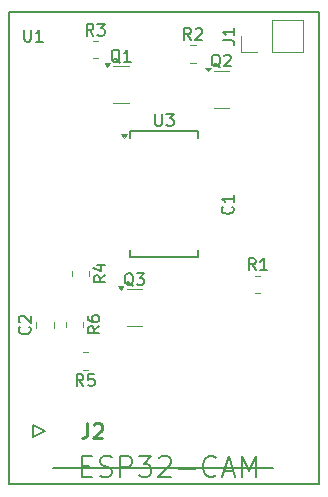
<source format=gbr>
%TF.GenerationSoftware,KiCad,Pcbnew,9.0.2*%
%TF.CreationDate,2025-07-08T18:17:38-03:00*%
%TF.ProjectId,BottomBoardCam,426f7474-6f6d-4426-9f61-726443616d2e,rev?*%
%TF.SameCoordinates,Original*%
%TF.FileFunction,Legend,Top*%
%TF.FilePolarity,Positive*%
%FSLAX46Y46*%
G04 Gerber Fmt 4.6, Leading zero omitted, Abs format (unit mm)*
G04 Created by KiCad (PCBNEW 9.0.2) date 2025-07-08 18:17:38*
%MOMM*%
%LPD*%
G01*
G04 APERTURE LIST*
%ADD10C,0.150000*%
%ADD11C,0.254000*%
%ADD12C,0.120000*%
%ADD13C,0.127000*%
G04 APERTURE END LIST*
D10*
X145179580Y-97116666D02*
X145227200Y-97164285D01*
X145227200Y-97164285D02*
X145274819Y-97307142D01*
X145274819Y-97307142D02*
X145274819Y-97402380D01*
X145274819Y-97402380D02*
X145227200Y-97545237D01*
X145227200Y-97545237D02*
X145131961Y-97640475D01*
X145131961Y-97640475D02*
X145036723Y-97688094D01*
X145036723Y-97688094D02*
X144846247Y-97735713D01*
X144846247Y-97735713D02*
X144703390Y-97735713D01*
X144703390Y-97735713D02*
X144512914Y-97688094D01*
X144512914Y-97688094D02*
X144417676Y-97640475D01*
X144417676Y-97640475D02*
X144322438Y-97545237D01*
X144322438Y-97545237D02*
X144274819Y-97402380D01*
X144274819Y-97402380D02*
X144274819Y-97307142D01*
X144274819Y-97307142D02*
X144322438Y-97164285D01*
X144322438Y-97164285D02*
X144370057Y-97116666D01*
X144370057Y-96735713D02*
X144322438Y-96688094D01*
X144322438Y-96688094D02*
X144274819Y-96592856D01*
X144274819Y-96592856D02*
X144274819Y-96354761D01*
X144274819Y-96354761D02*
X144322438Y-96259523D01*
X144322438Y-96259523D02*
X144370057Y-96211904D01*
X144370057Y-96211904D02*
X144465295Y-96164285D01*
X144465295Y-96164285D02*
X144560533Y-96164285D01*
X144560533Y-96164285D02*
X144703390Y-96211904D01*
X144703390Y-96211904D02*
X145274819Y-96783332D01*
X145274819Y-96783332D02*
X145274819Y-96164285D01*
X151104819Y-97079166D02*
X150628628Y-97412499D01*
X151104819Y-97650594D02*
X150104819Y-97650594D01*
X150104819Y-97650594D02*
X150104819Y-97269642D01*
X150104819Y-97269642D02*
X150152438Y-97174404D01*
X150152438Y-97174404D02*
X150200057Y-97126785D01*
X150200057Y-97126785D02*
X150295295Y-97079166D01*
X150295295Y-97079166D02*
X150438152Y-97079166D01*
X150438152Y-97079166D02*
X150533390Y-97126785D01*
X150533390Y-97126785D02*
X150581009Y-97174404D01*
X150581009Y-97174404D02*
X150628628Y-97269642D01*
X150628628Y-97269642D02*
X150628628Y-97650594D01*
X150104819Y-96222023D02*
X150104819Y-96412499D01*
X150104819Y-96412499D02*
X150152438Y-96507737D01*
X150152438Y-96507737D02*
X150200057Y-96555356D01*
X150200057Y-96555356D02*
X150342914Y-96650594D01*
X150342914Y-96650594D02*
X150533390Y-96698213D01*
X150533390Y-96698213D02*
X150914342Y-96698213D01*
X150914342Y-96698213D02*
X151009580Y-96650594D01*
X151009580Y-96650594D02*
X151057200Y-96602975D01*
X151057200Y-96602975D02*
X151104819Y-96507737D01*
X151104819Y-96507737D02*
X151104819Y-96317261D01*
X151104819Y-96317261D02*
X151057200Y-96222023D01*
X151057200Y-96222023D02*
X151009580Y-96174404D01*
X151009580Y-96174404D02*
X150914342Y-96126785D01*
X150914342Y-96126785D02*
X150676247Y-96126785D01*
X150676247Y-96126785D02*
X150581009Y-96174404D01*
X150581009Y-96174404D02*
X150533390Y-96222023D01*
X150533390Y-96222023D02*
X150485771Y-96317261D01*
X150485771Y-96317261D02*
X150485771Y-96507737D01*
X150485771Y-96507737D02*
X150533390Y-96602975D01*
X150533390Y-96602975D02*
X150581009Y-96650594D01*
X150581009Y-96650594D02*
X150676247Y-96698213D01*
X149745833Y-102104819D02*
X149412500Y-101628628D01*
X149174405Y-102104819D02*
X149174405Y-101104819D01*
X149174405Y-101104819D02*
X149555357Y-101104819D01*
X149555357Y-101104819D02*
X149650595Y-101152438D01*
X149650595Y-101152438D02*
X149698214Y-101200057D01*
X149698214Y-101200057D02*
X149745833Y-101295295D01*
X149745833Y-101295295D02*
X149745833Y-101438152D01*
X149745833Y-101438152D02*
X149698214Y-101533390D01*
X149698214Y-101533390D02*
X149650595Y-101581009D01*
X149650595Y-101581009D02*
X149555357Y-101628628D01*
X149555357Y-101628628D02*
X149174405Y-101628628D01*
X150650595Y-101104819D02*
X150174405Y-101104819D01*
X150174405Y-101104819D02*
X150126786Y-101581009D01*
X150126786Y-101581009D02*
X150174405Y-101533390D01*
X150174405Y-101533390D02*
X150269643Y-101485771D01*
X150269643Y-101485771D02*
X150507738Y-101485771D01*
X150507738Y-101485771D02*
X150602976Y-101533390D01*
X150602976Y-101533390D02*
X150650595Y-101581009D01*
X150650595Y-101581009D02*
X150698214Y-101676247D01*
X150698214Y-101676247D02*
X150698214Y-101914342D01*
X150698214Y-101914342D02*
X150650595Y-102009580D01*
X150650595Y-102009580D02*
X150602976Y-102057200D01*
X150602976Y-102057200D02*
X150507738Y-102104819D01*
X150507738Y-102104819D02*
X150269643Y-102104819D01*
X150269643Y-102104819D02*
X150174405Y-102057200D01*
X150174405Y-102057200D02*
X150126786Y-102009580D01*
D11*
X150076667Y-105264318D02*
X150076667Y-106171461D01*
X150076667Y-106171461D02*
X150016190Y-106352889D01*
X150016190Y-106352889D02*
X149895238Y-106473842D01*
X149895238Y-106473842D02*
X149713809Y-106534318D01*
X149713809Y-106534318D02*
X149592857Y-106534318D01*
X150620952Y-105385270D02*
X150681428Y-105324794D01*
X150681428Y-105324794D02*
X150802381Y-105264318D01*
X150802381Y-105264318D02*
X151104762Y-105264318D01*
X151104762Y-105264318D02*
X151225714Y-105324794D01*
X151225714Y-105324794D02*
X151286190Y-105385270D01*
X151286190Y-105385270D02*
X151346667Y-105506222D01*
X151346667Y-105506222D02*
X151346667Y-105627175D01*
X151346667Y-105627175D02*
X151286190Y-105808603D01*
X151286190Y-105808603D02*
X150560476Y-106534318D01*
X150560476Y-106534318D02*
X151346667Y-106534318D01*
D10*
X164333333Y-92304819D02*
X164000000Y-91828628D01*
X163761905Y-92304819D02*
X163761905Y-91304819D01*
X163761905Y-91304819D02*
X164142857Y-91304819D01*
X164142857Y-91304819D02*
X164238095Y-91352438D01*
X164238095Y-91352438D02*
X164285714Y-91400057D01*
X164285714Y-91400057D02*
X164333333Y-91495295D01*
X164333333Y-91495295D02*
X164333333Y-91638152D01*
X164333333Y-91638152D02*
X164285714Y-91733390D01*
X164285714Y-91733390D02*
X164238095Y-91781009D01*
X164238095Y-91781009D02*
X164142857Y-91828628D01*
X164142857Y-91828628D02*
X163761905Y-91828628D01*
X165285714Y-92304819D02*
X164714286Y-92304819D01*
X165000000Y-92304819D02*
X165000000Y-91304819D01*
X165000000Y-91304819D02*
X164904762Y-91447676D01*
X164904762Y-91447676D02*
X164809524Y-91542914D01*
X164809524Y-91542914D02*
X164714286Y-91590533D01*
X161342261Y-75150057D02*
X161247023Y-75102438D01*
X161247023Y-75102438D02*
X161151785Y-75007200D01*
X161151785Y-75007200D02*
X161008928Y-74864342D01*
X161008928Y-74864342D02*
X160913690Y-74816723D01*
X160913690Y-74816723D02*
X160818452Y-74816723D01*
X160866071Y-75054819D02*
X160770833Y-75007200D01*
X160770833Y-75007200D02*
X160675595Y-74911961D01*
X160675595Y-74911961D02*
X160627976Y-74721485D01*
X160627976Y-74721485D02*
X160627976Y-74388152D01*
X160627976Y-74388152D02*
X160675595Y-74197676D01*
X160675595Y-74197676D02*
X160770833Y-74102438D01*
X160770833Y-74102438D02*
X160866071Y-74054819D01*
X160866071Y-74054819D02*
X161056547Y-74054819D01*
X161056547Y-74054819D02*
X161151785Y-74102438D01*
X161151785Y-74102438D02*
X161247023Y-74197676D01*
X161247023Y-74197676D02*
X161294642Y-74388152D01*
X161294642Y-74388152D02*
X161294642Y-74721485D01*
X161294642Y-74721485D02*
X161247023Y-74911961D01*
X161247023Y-74911961D02*
X161151785Y-75007200D01*
X161151785Y-75007200D02*
X161056547Y-75054819D01*
X161056547Y-75054819D02*
X160866071Y-75054819D01*
X161675595Y-74150057D02*
X161723214Y-74102438D01*
X161723214Y-74102438D02*
X161818452Y-74054819D01*
X161818452Y-74054819D02*
X162056547Y-74054819D01*
X162056547Y-74054819D02*
X162151785Y-74102438D01*
X162151785Y-74102438D02*
X162199404Y-74150057D01*
X162199404Y-74150057D02*
X162247023Y-74245295D01*
X162247023Y-74245295D02*
X162247023Y-74340533D01*
X162247023Y-74340533D02*
X162199404Y-74483390D01*
X162199404Y-74483390D02*
X161627976Y-75054819D01*
X161627976Y-75054819D02*
X162247023Y-75054819D01*
X162359580Y-86941666D02*
X162407200Y-86989285D01*
X162407200Y-86989285D02*
X162454819Y-87132142D01*
X162454819Y-87132142D02*
X162454819Y-87227380D01*
X162454819Y-87227380D02*
X162407200Y-87370237D01*
X162407200Y-87370237D02*
X162311961Y-87465475D01*
X162311961Y-87465475D02*
X162216723Y-87513094D01*
X162216723Y-87513094D02*
X162026247Y-87560713D01*
X162026247Y-87560713D02*
X161883390Y-87560713D01*
X161883390Y-87560713D02*
X161692914Y-87513094D01*
X161692914Y-87513094D02*
X161597676Y-87465475D01*
X161597676Y-87465475D02*
X161502438Y-87370237D01*
X161502438Y-87370237D02*
X161454819Y-87227380D01*
X161454819Y-87227380D02*
X161454819Y-87132142D01*
X161454819Y-87132142D02*
X161502438Y-86989285D01*
X161502438Y-86989285D02*
X161550057Y-86941666D01*
X162454819Y-85989285D02*
X162454819Y-86560713D01*
X162454819Y-86274999D02*
X161454819Y-86274999D01*
X161454819Y-86274999D02*
X161597676Y-86370237D01*
X161597676Y-86370237D02*
X161692914Y-86465475D01*
X161692914Y-86465475D02*
X161740533Y-86560713D01*
X158858333Y-72804819D02*
X158525000Y-72328628D01*
X158286905Y-72804819D02*
X158286905Y-71804819D01*
X158286905Y-71804819D02*
X158667857Y-71804819D01*
X158667857Y-71804819D02*
X158763095Y-71852438D01*
X158763095Y-71852438D02*
X158810714Y-71900057D01*
X158810714Y-71900057D02*
X158858333Y-71995295D01*
X158858333Y-71995295D02*
X158858333Y-72138152D01*
X158858333Y-72138152D02*
X158810714Y-72233390D01*
X158810714Y-72233390D02*
X158763095Y-72281009D01*
X158763095Y-72281009D02*
X158667857Y-72328628D01*
X158667857Y-72328628D02*
X158286905Y-72328628D01*
X159239286Y-71900057D02*
X159286905Y-71852438D01*
X159286905Y-71852438D02*
X159382143Y-71804819D01*
X159382143Y-71804819D02*
X159620238Y-71804819D01*
X159620238Y-71804819D02*
X159715476Y-71852438D01*
X159715476Y-71852438D02*
X159763095Y-71900057D01*
X159763095Y-71900057D02*
X159810714Y-71995295D01*
X159810714Y-71995295D02*
X159810714Y-72090533D01*
X159810714Y-72090533D02*
X159763095Y-72233390D01*
X159763095Y-72233390D02*
X159191667Y-72804819D01*
X159191667Y-72804819D02*
X159810714Y-72804819D01*
X153967261Y-93650057D02*
X153872023Y-93602438D01*
X153872023Y-93602438D02*
X153776785Y-93507200D01*
X153776785Y-93507200D02*
X153633928Y-93364342D01*
X153633928Y-93364342D02*
X153538690Y-93316723D01*
X153538690Y-93316723D02*
X153443452Y-93316723D01*
X153491071Y-93554819D02*
X153395833Y-93507200D01*
X153395833Y-93507200D02*
X153300595Y-93411961D01*
X153300595Y-93411961D02*
X153252976Y-93221485D01*
X153252976Y-93221485D02*
X153252976Y-92888152D01*
X153252976Y-92888152D02*
X153300595Y-92697676D01*
X153300595Y-92697676D02*
X153395833Y-92602438D01*
X153395833Y-92602438D02*
X153491071Y-92554819D01*
X153491071Y-92554819D02*
X153681547Y-92554819D01*
X153681547Y-92554819D02*
X153776785Y-92602438D01*
X153776785Y-92602438D02*
X153872023Y-92697676D01*
X153872023Y-92697676D02*
X153919642Y-92888152D01*
X153919642Y-92888152D02*
X153919642Y-93221485D01*
X153919642Y-93221485D02*
X153872023Y-93411961D01*
X153872023Y-93411961D02*
X153776785Y-93507200D01*
X153776785Y-93507200D02*
X153681547Y-93554819D01*
X153681547Y-93554819D02*
X153491071Y-93554819D01*
X154252976Y-92554819D02*
X154872023Y-92554819D01*
X154872023Y-92554819D02*
X154538690Y-92935771D01*
X154538690Y-92935771D02*
X154681547Y-92935771D01*
X154681547Y-92935771D02*
X154776785Y-92983390D01*
X154776785Y-92983390D02*
X154824404Y-93031009D01*
X154824404Y-93031009D02*
X154872023Y-93126247D01*
X154872023Y-93126247D02*
X154872023Y-93364342D01*
X154872023Y-93364342D02*
X154824404Y-93459580D01*
X154824404Y-93459580D02*
X154776785Y-93507200D01*
X154776785Y-93507200D02*
X154681547Y-93554819D01*
X154681547Y-93554819D02*
X154395833Y-93554819D01*
X154395833Y-93554819D02*
X154300595Y-93507200D01*
X154300595Y-93507200D02*
X154252976Y-93459580D01*
X152842261Y-74750057D02*
X152747023Y-74702438D01*
X152747023Y-74702438D02*
X152651785Y-74607200D01*
X152651785Y-74607200D02*
X152508928Y-74464342D01*
X152508928Y-74464342D02*
X152413690Y-74416723D01*
X152413690Y-74416723D02*
X152318452Y-74416723D01*
X152366071Y-74654819D02*
X152270833Y-74607200D01*
X152270833Y-74607200D02*
X152175595Y-74511961D01*
X152175595Y-74511961D02*
X152127976Y-74321485D01*
X152127976Y-74321485D02*
X152127976Y-73988152D01*
X152127976Y-73988152D02*
X152175595Y-73797676D01*
X152175595Y-73797676D02*
X152270833Y-73702438D01*
X152270833Y-73702438D02*
X152366071Y-73654819D01*
X152366071Y-73654819D02*
X152556547Y-73654819D01*
X152556547Y-73654819D02*
X152651785Y-73702438D01*
X152651785Y-73702438D02*
X152747023Y-73797676D01*
X152747023Y-73797676D02*
X152794642Y-73988152D01*
X152794642Y-73988152D02*
X152794642Y-74321485D01*
X152794642Y-74321485D02*
X152747023Y-74511961D01*
X152747023Y-74511961D02*
X152651785Y-74607200D01*
X152651785Y-74607200D02*
X152556547Y-74654819D01*
X152556547Y-74654819D02*
X152366071Y-74654819D01*
X153747023Y-74654819D02*
X153175595Y-74654819D01*
X153461309Y-74654819D02*
X153461309Y-73654819D01*
X153461309Y-73654819D02*
X153366071Y-73797676D01*
X153366071Y-73797676D02*
X153270833Y-73892914D01*
X153270833Y-73892914D02*
X153175595Y-73940533D01*
X150595833Y-72454819D02*
X150262500Y-71978628D01*
X150024405Y-72454819D02*
X150024405Y-71454819D01*
X150024405Y-71454819D02*
X150405357Y-71454819D01*
X150405357Y-71454819D02*
X150500595Y-71502438D01*
X150500595Y-71502438D02*
X150548214Y-71550057D01*
X150548214Y-71550057D02*
X150595833Y-71645295D01*
X150595833Y-71645295D02*
X150595833Y-71788152D01*
X150595833Y-71788152D02*
X150548214Y-71883390D01*
X150548214Y-71883390D02*
X150500595Y-71931009D01*
X150500595Y-71931009D02*
X150405357Y-71978628D01*
X150405357Y-71978628D02*
X150024405Y-71978628D01*
X150929167Y-71454819D02*
X151548214Y-71454819D01*
X151548214Y-71454819D02*
X151214881Y-71835771D01*
X151214881Y-71835771D02*
X151357738Y-71835771D01*
X151357738Y-71835771D02*
X151452976Y-71883390D01*
X151452976Y-71883390D02*
X151500595Y-71931009D01*
X151500595Y-71931009D02*
X151548214Y-72026247D01*
X151548214Y-72026247D02*
X151548214Y-72264342D01*
X151548214Y-72264342D02*
X151500595Y-72359580D01*
X151500595Y-72359580D02*
X151452976Y-72407200D01*
X151452976Y-72407200D02*
X151357738Y-72454819D01*
X151357738Y-72454819D02*
X151072024Y-72454819D01*
X151072024Y-72454819D02*
X150976786Y-72407200D01*
X150976786Y-72407200D02*
X150929167Y-72359580D01*
X151604819Y-92754166D02*
X151128628Y-93087499D01*
X151604819Y-93325594D02*
X150604819Y-93325594D01*
X150604819Y-93325594D02*
X150604819Y-92944642D01*
X150604819Y-92944642D02*
X150652438Y-92849404D01*
X150652438Y-92849404D02*
X150700057Y-92801785D01*
X150700057Y-92801785D02*
X150795295Y-92754166D01*
X150795295Y-92754166D02*
X150938152Y-92754166D01*
X150938152Y-92754166D02*
X151033390Y-92801785D01*
X151033390Y-92801785D02*
X151081009Y-92849404D01*
X151081009Y-92849404D02*
X151128628Y-92944642D01*
X151128628Y-92944642D02*
X151128628Y-93325594D01*
X150938152Y-91897023D02*
X151604819Y-91897023D01*
X150557200Y-92135118D02*
X151271485Y-92373213D01*
X151271485Y-92373213D02*
X151271485Y-91754166D01*
X155808095Y-79084819D02*
X155808095Y-79894342D01*
X155808095Y-79894342D02*
X155855714Y-79989580D01*
X155855714Y-79989580D02*
X155903333Y-80037200D01*
X155903333Y-80037200D02*
X155998571Y-80084819D01*
X155998571Y-80084819D02*
X156189047Y-80084819D01*
X156189047Y-80084819D02*
X156284285Y-80037200D01*
X156284285Y-80037200D02*
X156331904Y-79989580D01*
X156331904Y-79989580D02*
X156379523Y-79894342D01*
X156379523Y-79894342D02*
X156379523Y-79084819D01*
X156760476Y-79084819D02*
X157379523Y-79084819D01*
X157379523Y-79084819D02*
X157046190Y-79465771D01*
X157046190Y-79465771D02*
X157189047Y-79465771D01*
X157189047Y-79465771D02*
X157284285Y-79513390D01*
X157284285Y-79513390D02*
X157331904Y-79561009D01*
X157331904Y-79561009D02*
X157379523Y-79656247D01*
X157379523Y-79656247D02*
X157379523Y-79894342D01*
X157379523Y-79894342D02*
X157331904Y-79989580D01*
X157331904Y-79989580D02*
X157284285Y-80037200D01*
X157284285Y-80037200D02*
X157189047Y-80084819D01*
X157189047Y-80084819D02*
X156903333Y-80084819D01*
X156903333Y-80084819D02*
X156808095Y-80037200D01*
X156808095Y-80037200D02*
X156760476Y-79989580D01*
X161534819Y-72833333D02*
X162249104Y-72833333D01*
X162249104Y-72833333D02*
X162391961Y-72880952D01*
X162391961Y-72880952D02*
X162487200Y-72976190D01*
X162487200Y-72976190D02*
X162534819Y-73119047D01*
X162534819Y-73119047D02*
X162534819Y-73214285D01*
X162534819Y-71833333D02*
X162534819Y-72404761D01*
X162534819Y-72119047D02*
X161534819Y-72119047D01*
X161534819Y-72119047D02*
X161677676Y-72214285D01*
X161677676Y-72214285D02*
X161772914Y-72309523D01*
X161772914Y-72309523D02*
X161820533Y-72404761D01*
X144738095Y-71954819D02*
X144738095Y-72764342D01*
X144738095Y-72764342D02*
X144785714Y-72859580D01*
X144785714Y-72859580D02*
X144833333Y-72907200D01*
X144833333Y-72907200D02*
X144928571Y-72954819D01*
X144928571Y-72954819D02*
X145119047Y-72954819D01*
X145119047Y-72954819D02*
X145214285Y-72907200D01*
X145214285Y-72907200D02*
X145261904Y-72859580D01*
X145261904Y-72859580D02*
X145309523Y-72764342D01*
X145309523Y-72764342D02*
X145309523Y-71954819D01*
X146309523Y-72954819D02*
X145738095Y-72954819D01*
X146023809Y-72954819D02*
X146023809Y-71954819D01*
X146023809Y-71954819D02*
X145928571Y-72097676D01*
X145928571Y-72097676D02*
X145833333Y-72192914D01*
X145833333Y-72192914D02*
X145738095Y-72240533D01*
X149669524Y-108886953D02*
X150242858Y-108886953D01*
X150488572Y-109787905D02*
X149669524Y-109787905D01*
X149669524Y-109787905D02*
X149669524Y-108067905D01*
X149669524Y-108067905D02*
X150488572Y-108067905D01*
X151143810Y-109706001D02*
X151389524Y-109787905D01*
X151389524Y-109787905D02*
X151799048Y-109787905D01*
X151799048Y-109787905D02*
X151962857Y-109706001D01*
X151962857Y-109706001D02*
X152044762Y-109624096D01*
X152044762Y-109624096D02*
X152126667Y-109460286D01*
X152126667Y-109460286D02*
X152126667Y-109296477D01*
X152126667Y-109296477D02*
X152044762Y-109132667D01*
X152044762Y-109132667D02*
X151962857Y-109050762D01*
X151962857Y-109050762D02*
X151799048Y-108968858D01*
X151799048Y-108968858D02*
X151471429Y-108886953D01*
X151471429Y-108886953D02*
X151307619Y-108805048D01*
X151307619Y-108805048D02*
X151225714Y-108723143D01*
X151225714Y-108723143D02*
X151143810Y-108559334D01*
X151143810Y-108559334D02*
X151143810Y-108395524D01*
X151143810Y-108395524D02*
X151225714Y-108231715D01*
X151225714Y-108231715D02*
X151307619Y-108149810D01*
X151307619Y-108149810D02*
X151471429Y-108067905D01*
X151471429Y-108067905D02*
X151880952Y-108067905D01*
X151880952Y-108067905D02*
X152126667Y-108149810D01*
X152863809Y-109787905D02*
X152863809Y-108067905D01*
X152863809Y-108067905D02*
X153519047Y-108067905D01*
X153519047Y-108067905D02*
X153682857Y-108149810D01*
X153682857Y-108149810D02*
X153764762Y-108231715D01*
X153764762Y-108231715D02*
X153846666Y-108395524D01*
X153846666Y-108395524D02*
X153846666Y-108641239D01*
X153846666Y-108641239D02*
X153764762Y-108805048D01*
X153764762Y-108805048D02*
X153682857Y-108886953D01*
X153682857Y-108886953D02*
X153519047Y-108968858D01*
X153519047Y-108968858D02*
X152863809Y-108968858D01*
X154420000Y-108067905D02*
X155484762Y-108067905D01*
X155484762Y-108067905D02*
X154911428Y-108723143D01*
X154911428Y-108723143D02*
X155157143Y-108723143D01*
X155157143Y-108723143D02*
X155320952Y-108805048D01*
X155320952Y-108805048D02*
X155402857Y-108886953D01*
X155402857Y-108886953D02*
X155484762Y-109050762D01*
X155484762Y-109050762D02*
X155484762Y-109460286D01*
X155484762Y-109460286D02*
X155402857Y-109624096D01*
X155402857Y-109624096D02*
X155320952Y-109706001D01*
X155320952Y-109706001D02*
X155157143Y-109787905D01*
X155157143Y-109787905D02*
X154665714Y-109787905D01*
X154665714Y-109787905D02*
X154501905Y-109706001D01*
X154501905Y-109706001D02*
X154420000Y-109624096D01*
X156140000Y-108231715D02*
X156221904Y-108149810D01*
X156221904Y-108149810D02*
X156385714Y-108067905D01*
X156385714Y-108067905D02*
X156795238Y-108067905D01*
X156795238Y-108067905D02*
X156959047Y-108149810D01*
X156959047Y-108149810D02*
X157040952Y-108231715D01*
X157040952Y-108231715D02*
X157122857Y-108395524D01*
X157122857Y-108395524D02*
X157122857Y-108559334D01*
X157122857Y-108559334D02*
X157040952Y-108805048D01*
X157040952Y-108805048D02*
X156058095Y-109787905D01*
X156058095Y-109787905D02*
X157122857Y-109787905D01*
X157859999Y-109132667D02*
X159170476Y-109132667D01*
X160972380Y-109624096D02*
X160890476Y-109706001D01*
X160890476Y-109706001D02*
X160644761Y-109787905D01*
X160644761Y-109787905D02*
X160480952Y-109787905D01*
X160480952Y-109787905D02*
X160235238Y-109706001D01*
X160235238Y-109706001D02*
X160071428Y-109542191D01*
X160071428Y-109542191D02*
X159989523Y-109378381D01*
X159989523Y-109378381D02*
X159907619Y-109050762D01*
X159907619Y-109050762D02*
X159907619Y-108805048D01*
X159907619Y-108805048D02*
X159989523Y-108477429D01*
X159989523Y-108477429D02*
X160071428Y-108313620D01*
X160071428Y-108313620D02*
X160235238Y-108149810D01*
X160235238Y-108149810D02*
X160480952Y-108067905D01*
X160480952Y-108067905D02*
X160644761Y-108067905D01*
X160644761Y-108067905D02*
X160890476Y-108149810D01*
X160890476Y-108149810D02*
X160972380Y-108231715D01*
X161627619Y-109296477D02*
X162446666Y-109296477D01*
X161463809Y-109787905D02*
X162037142Y-108067905D01*
X162037142Y-108067905D02*
X162610476Y-109787905D01*
X163183809Y-109787905D02*
X163183809Y-108067905D01*
X163183809Y-108067905D02*
X163757143Y-109296477D01*
X163757143Y-109296477D02*
X164330476Y-108067905D01*
X164330476Y-108067905D02*
X164330476Y-109787905D01*
D12*
%TO.C,C2*%
X145765000Y-97211252D02*
X145765000Y-96688748D01*
X147235000Y-97211252D02*
X147235000Y-96688748D01*
%TO.C,R6*%
X148265000Y-96685436D02*
X148265000Y-97139564D01*
X149735000Y-96685436D02*
X149735000Y-97139564D01*
%TO.C,R5*%
X150139564Y-99265000D02*
X149685436Y-99265000D01*
X150139564Y-100735000D02*
X149685436Y-100735000D01*
D13*
%TO.C,J2*%
X146500000Y-105960000D02*
X145500000Y-106460000D01*
X145500000Y-105460000D02*
X146500000Y-105960000D01*
X145500000Y-106460000D02*
X145500000Y-105460000D01*
X165825000Y-109060000D02*
X147175000Y-109060000D01*
D12*
%TO.C,R1*%
X164272936Y-92765000D02*
X164727064Y-92765000D01*
X164272936Y-94235000D02*
X164727064Y-94235000D01*
%TO.C,Q2*%
X161437500Y-75440000D02*
X160787500Y-75440000D01*
X161437500Y-75440000D02*
X162087500Y-75440000D01*
X161437500Y-78560000D02*
X160787500Y-78560000D01*
X161437500Y-78560000D02*
X162087500Y-78560000D01*
X160275000Y-75490000D02*
X160035000Y-75160000D01*
X160515000Y-75160000D01*
X160275000Y-75490000D01*
G36*
X160275000Y-75490000D02*
G01*
X160035000Y-75160000D01*
X160515000Y-75160000D01*
X160275000Y-75490000D01*
G37*
%TO.C,R2*%
X158797936Y-73265000D02*
X159252064Y-73265000D01*
X158797936Y-74735000D02*
X159252064Y-74735000D01*
%TO.C,Q3*%
X154062500Y-93940000D02*
X153412500Y-93940000D01*
X154062500Y-93940000D02*
X154712500Y-93940000D01*
X154062500Y-97060000D02*
X153412500Y-97060000D01*
X154062500Y-97060000D02*
X154712500Y-97060000D01*
X152900000Y-93990000D02*
X152660000Y-93660000D01*
X153140000Y-93660000D01*
X152900000Y-93990000D01*
G36*
X152900000Y-93990000D02*
G01*
X152660000Y-93660000D01*
X153140000Y-93660000D01*
X152900000Y-93990000D01*
G37*
%TO.C,Q1*%
X152937500Y-75040000D02*
X152287500Y-75040000D01*
X152937500Y-75040000D02*
X153587500Y-75040000D01*
X152937500Y-78160000D02*
X152287500Y-78160000D01*
X152937500Y-78160000D02*
X153587500Y-78160000D01*
X151775000Y-75090000D02*
X151535000Y-74760000D01*
X152015000Y-74760000D01*
X151775000Y-75090000D01*
G36*
X151775000Y-75090000D02*
G01*
X151535000Y-74760000D01*
X152015000Y-74760000D01*
X151775000Y-75090000D01*
G37*
%TO.C,R3*%
X150535436Y-72915000D02*
X150989564Y-72915000D01*
X150535436Y-74385000D02*
X150989564Y-74385000D01*
%TO.C,R4*%
X148765000Y-92360436D02*
X148765000Y-92814564D01*
X150235000Y-92360436D02*
X150235000Y-92814564D01*
D10*
%TO.C,U3*%
X153695000Y-80555000D02*
X153695000Y-81130000D01*
X153695000Y-80555000D02*
X159445000Y-80555000D01*
X153695000Y-90630000D02*
X153695000Y-91205000D01*
X153695000Y-91205000D02*
X159445000Y-91205000D01*
X159445000Y-80555000D02*
X159445000Y-81130000D01*
X159445000Y-90630000D02*
X159445000Y-91205000D01*
D12*
X153195000Y-81130000D02*
X152955000Y-80800000D01*
X153435000Y-80800000D01*
X153195000Y-81130000D01*
G36*
X153195000Y-81130000D02*
G01*
X152955000Y-80800000D01*
X153435000Y-80800000D01*
X153195000Y-81130000D01*
G37*
%TO.C,J1*%
X163080000Y-73880000D02*
X163080000Y-72500000D01*
X164460000Y-73880000D02*
X163080000Y-73880000D01*
X165730000Y-71120000D02*
X168380000Y-71120000D01*
X165730000Y-73880000D02*
X165730000Y-71120000D01*
X165730000Y-73880000D02*
X168380000Y-73880000D01*
X168380000Y-73880000D02*
X168380000Y-71120000D01*
D13*
%TO.C,U1*%
X143410000Y-70450000D02*
X169730000Y-70450000D01*
X143410000Y-110450000D02*
X143410000Y-70450000D01*
X169730000Y-70450000D02*
X169730000Y-110450000D01*
X169730000Y-110450000D02*
X143410000Y-110450000D01*
%TD*%
M02*

</source>
